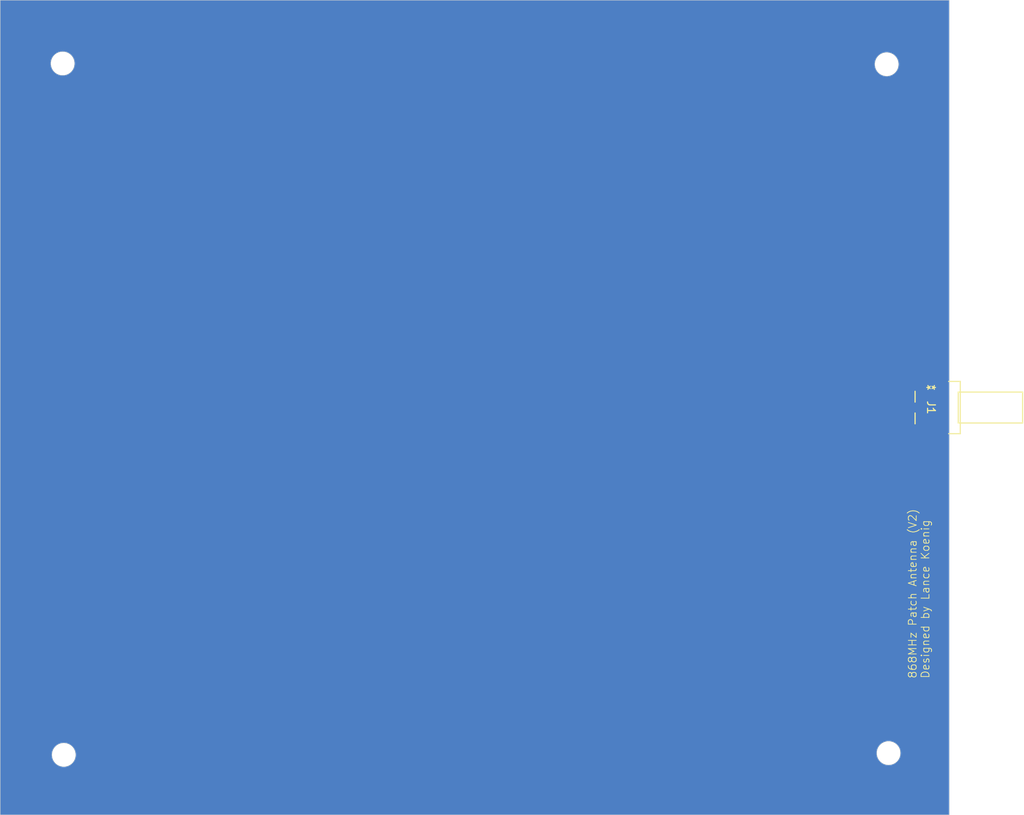
<source format=kicad_pcb>
(kicad_pcb (version 20241229) (generator "pcbnew") (generator_version "9.0")
  (layers (0 "F.Cu" signal) (2 "B.Cu" power) (13 "F.Paste" user) (15 "B.Paste" user) (5 "F.SilkS" user "F.Silkscreen") (7 "B.SilkS" user "B.Silkscreen") (1 "F.Mask" user) (3 "B.Mask" user) (25 "Edge.Cuts" user))
  (net 0 "")
  (net 1 "VCOM")
  (net 2 "Net-(J1-Pad2)")
  (footprint "SMA_EdgeLaunch:CON-SMA-EDGE-SRP_RFS" (layer "F.Cu") (at 248.2255 100 -90)
    (property "Reference" "J1" (at 0 0.8255 270) (layer "F.SilkS"))
    (property "Value" "CON-SMA-EDGE-SRP")
    (fp_line (start -2.05605 2.8575) (end -0.68855 2.8575) (stroke (width 0.1524)) (layer "F.SilkS"))
    (fp_line (start 0.68855 2.8575) (end 2.05605 2.8575) (stroke (width 0.1524)) (layer "F.SilkS"))
    (fp_line (start 3.302 -1.387624) (end 3.302 -2.8575) (stroke (width 0.1524)) (layer "F.SilkS"))
    (fp_line (start -1.9558 -2.6035) (end 1.9558 -2.6035) (stroke (width 0.1524)) (layer "F.SilkS"))
    (fp_line (start 1.9558 -2.6035) (end 1.9558 -10.7315) (stroke (width 0.1524)) (layer "F.SilkS"))
    (fp_line (start -3.302 -2.8575) (end -3.302 -1.387624) (stroke (width 0.1524)) (layer "F.SilkS"))
    (fp_line (start 3.302 -2.8575) (end -3.302 -2.8575) (stroke (width 0.1524)) (layer "F.SilkS"))
    (fp_line (start -1.9558 -10.7315) (end -1.9558 -2.6035) (stroke (width 0.1524)) (layer "F.SilkS"))
    (fp_line (start 1.9558 -10.7315) (end -1.9558 -10.7315) (stroke (width 0.1524)) (layer "F.SilkS"))
    (fp_text user "*" (at -2.54 0.8255 270) (layer "F.SilkS"))
    (fp_text user "*" (at -2.54 0.8255 270) (layer "F.SilkS"))
    (pad "1" smd rect (at 0 0.8255 270) (size 0.762 3.81) (layers "F.Cu" "F.Mask" "F.Paste") (net 1 "VCOM"))
    (pad "2" smd rect (at -2.77 0.8255 270) (size 0.8128 3.81) (layers "F.Cu" "F.Mask" "F.Paste") (net 2 "Net-(J1-Pad2)"))
    (pad "3" smd rect (at 2.77 0.8255 270) (size 0.8128 3.81) (layers "F.Cu" "F.Mask" "F.Paste") (net 2 "Net-(J1-Pad2)"))
  )
  (gr_circle (center 137.6 56.5) (end 139.1 56.5) (stroke (width 0.05)) (fill no) (layer "Edge.Cuts"))
  (gr_circle (center 137.74 143.91) (end 139.24 143.91) (stroke (width 0.05)) (fill no) (layer "Edge.Cuts"))
  (gr_rect (start 129.7 48.5) (end 249.7 151.5) (stroke (width 0.05)) (fill no) (layer "Edge.Cuts"))
  (gr_circle (center 242.02 143.69) (end 243.52 143.69) (stroke (width 0.05)) (fill no) (layer "Edge.Cuts"))
  (gr_circle (center 241.78 56.6) (end 243.28 56.6) (stroke (width 0.05)) (fill no) (layer "Edge.Cuts"))
  (gr_text "868MHz Patch Antenna (V2)\nDesigned by Lance Koenig" (at 247.25 134.31 90) (layer "F.SilkS") (effects (font (size 1 1) (thickness 0.1)) (justify left bottom)))
  (zone (net 1) (net_name "VCOM") (layer "F.Cu") (name "ANTENNA") (connect_pads no (clearance 0)) (min_thickness 0.1) (fill yes (thermal_gap 0.5) (thermal_bridge_width 0.5) (island_removal_mode 1) (island_area_min 10))
    (polygon (pts (xy 147.51 68.5) (xy 227.51 68.5) (xy 227.51 97.5) (xy 202.509632 97.5) (xy 202.509283 98.5) (xy 249.67 98.5) (xy 249.67 101.5) (xy 202.509283 101.5) (xy 202.509283 102.5) (xy 227.51 102.5) (xy 227.51 131.5) (xy 147.51 131.5)))
  )
  (zone (net 0) (net_name "") (layer "B.Cu") (priority 1) (connect_pads yes (clearance 0.5)) (min_thickness 0.1) (fill yes (thermal_gap 0.5) (thermal_bridge_width 0.5) (island_removal_mode 1) (island_area_min 10))
    (polygon (pts (xy 129.7 48.5) (xy 249.7 48.5) (xy 249.7 151.5) (xy 129.7 151.5)))
  )
)
</source>
